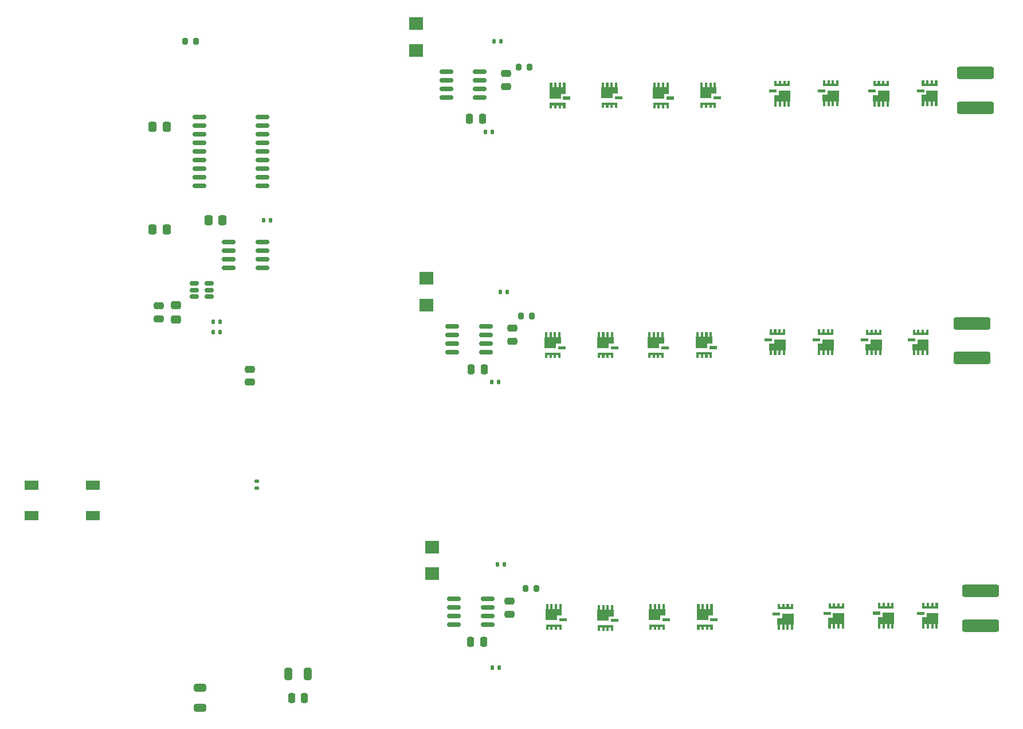
<source format=gtp>
G04 #@! TF.GenerationSoftware,KiCad,Pcbnew,8.0.6*
G04 #@! TF.CreationDate,2025-02-10T18:03:51-08:00*
G04 #@! TF.ProjectId,Urban MC,55726261-6e20-44d4-932e-6b696361645f,rev?*
G04 #@! TF.SameCoordinates,Original*
G04 #@! TF.FileFunction,Paste,Top*
G04 #@! TF.FilePolarity,Positive*
%FSLAX46Y46*%
G04 Gerber Fmt 4.6, Leading zero omitted, Abs format (unit mm)*
G04 Created by KiCad (PCBNEW 8.0.6) date 2025-02-10 18:03:51*
%MOMM*%
%LPD*%
G01*
G04 APERTURE LIST*
G04 Aperture macros list*
%AMRoundRect*
0 Rectangle with rounded corners*
0 $1 Rounding radius*
0 $2 $3 $4 $5 $6 $7 $8 $9 X,Y pos of 4 corners*
0 Add a 4 corners polygon primitive as box body*
4,1,4,$2,$3,$4,$5,$6,$7,$8,$9,$2,$3,0*
0 Add four circle primitives for the rounded corners*
1,1,$1+$1,$2,$3*
1,1,$1+$1,$4,$5*
1,1,$1+$1,$6,$7*
1,1,$1+$1,$8,$9*
0 Add four rect primitives between the rounded corners*
20,1,$1+$1,$2,$3,$4,$5,0*
20,1,$1+$1,$4,$5,$6,$7,0*
20,1,$1+$1,$6,$7,$8,$9,0*
20,1,$1+$1,$8,$9,$2,$3,0*%
G04 Aperture macros list end*
%ADD10C,0.000000*%
%ADD11R,2.159000X1.955800*%
%ADD12R,0.000001X0.000001*%
%ADD13RoundRect,0.250000X-0.250000X-0.475000X0.250000X-0.475000X0.250000X0.475000X-0.250000X0.475000X0*%
%ADD14RoundRect,0.135000X-0.135000X-0.185000X0.135000X-0.185000X0.135000X0.185000X-0.135000X0.185000X0*%
%ADD15RoundRect,0.200000X-0.200000X-0.275000X0.200000X-0.275000X0.200000X0.275000X-0.200000X0.275000X0*%
%ADD16RoundRect,0.250000X0.337500X0.475000X-0.337500X0.475000X-0.337500X-0.475000X0.337500X-0.475000X0*%
%ADD17RoundRect,0.250000X2.450000X-0.650000X2.450000X0.650000X-2.450000X0.650000X-2.450000X-0.650000X0*%
%ADD18RoundRect,0.250000X-0.475000X0.250000X-0.475000X-0.250000X0.475000X-0.250000X0.475000X0.250000X0*%
%ADD19RoundRect,0.250000X0.475000X-0.250000X0.475000X0.250000X-0.475000X0.250000X-0.475000X-0.250000X0*%
%ADD20RoundRect,0.150000X-0.825000X-0.150000X0.825000X-0.150000X0.825000X0.150000X-0.825000X0.150000X0*%
%ADD21RoundRect,0.150000X-0.875000X-0.150000X0.875000X-0.150000X0.875000X0.150000X-0.875000X0.150000X0*%
%ADD22RoundRect,0.200000X0.200000X0.275000X-0.200000X0.275000X-0.200000X-0.275000X0.200000X-0.275000X0*%
%ADD23RoundRect,0.135000X0.185000X-0.135000X0.185000X0.135000X-0.185000X0.135000X-0.185000X-0.135000X0*%
%ADD24RoundRect,0.250000X0.325000X0.650000X-0.325000X0.650000X-0.325000X-0.650000X0.325000X-0.650000X0*%
%ADD25RoundRect,0.250000X0.250000X0.475000X-0.250000X0.475000X-0.250000X-0.475000X0.250000X-0.475000X0*%
%ADD26RoundRect,0.150000X-0.512500X-0.150000X0.512500X-0.150000X0.512500X0.150000X-0.512500X0.150000X0*%
%ADD27RoundRect,0.250000X0.475000X-0.337500X0.475000X0.337500X-0.475000X0.337500X-0.475000X-0.337500X0*%
%ADD28RoundRect,0.250000X-0.650000X0.325000X-0.650000X-0.325000X0.650000X-0.325000X0.650000X0.325000X0*%
%ADD29R,2.100000X1.400000*%
G04 APERTURE END LIST*
D10*
G36*
X175810143Y-126381467D02*
G01*
X174710143Y-126381467D01*
X174710143Y-125931467D01*
X175810143Y-125931467D01*
X175810143Y-126381467D01*
G37*
G36*
X175057712Y-127661467D02*
G01*
X174710143Y-127661467D01*
X174710136Y-127214467D01*
X174410098Y-127214552D01*
X174410143Y-127661467D01*
X174060143Y-127661467D01*
X174060176Y-127214486D01*
X173758019Y-127214356D01*
X173757712Y-127661467D01*
X173407712Y-127661467D01*
X173407459Y-127214601D01*
X173107886Y-127214595D01*
X173107712Y-127661467D01*
X172757712Y-127661467D01*
X172757712Y-126861467D01*
X175057712Y-126861467D01*
X175057712Y-127661467D01*
G37*
G36*
X173110150Y-124557988D02*
G01*
X173410115Y-124558047D01*
X173410143Y-123861467D01*
X173760143Y-123861467D01*
X173760115Y-124558047D01*
X174060016Y-124557970D01*
X174060143Y-123861467D01*
X174410143Y-123861467D01*
X174410143Y-124558097D01*
X174709962Y-124558038D01*
X174710143Y-123861467D01*
X175060143Y-123861467D01*
X175060068Y-124558078D01*
X175115120Y-124558017D01*
X175115133Y-125546467D01*
X174385263Y-125546523D01*
X174385143Y-126211468D01*
X172705196Y-126211746D01*
X172705227Y-124558057D01*
X172760130Y-124558033D01*
X172760143Y-123861467D01*
X173110143Y-123861467D01*
X173110150Y-124557988D01*
G37*
G36*
X183465143Y-126488967D02*
G01*
X182365143Y-126488967D01*
X182365143Y-126038967D01*
X183465143Y-126038967D01*
X183465143Y-126488967D01*
G37*
G36*
X182712712Y-127768967D02*
G01*
X182365143Y-127768967D01*
X182365136Y-127321967D01*
X182065098Y-127322052D01*
X182065143Y-127768967D01*
X181715143Y-127768967D01*
X181715176Y-127321986D01*
X181413019Y-127321856D01*
X181412712Y-127768967D01*
X181062712Y-127768967D01*
X181062459Y-127322101D01*
X180762886Y-127322095D01*
X180762712Y-127768967D01*
X180412712Y-127768967D01*
X180412712Y-126968967D01*
X182712712Y-126968967D01*
X182712712Y-127768967D01*
G37*
G36*
X180765150Y-124665488D02*
G01*
X181065115Y-124665547D01*
X181065143Y-123968967D01*
X181415143Y-123968967D01*
X181415115Y-124665547D01*
X181715016Y-124665470D01*
X181715143Y-123968967D01*
X182065143Y-123968967D01*
X182065143Y-124665597D01*
X182364962Y-124665538D01*
X182365143Y-123968967D01*
X182715143Y-123968967D01*
X182715068Y-124665578D01*
X182770120Y-124665517D01*
X182770133Y-125653967D01*
X182040263Y-125654023D01*
X182040143Y-126318968D01*
X180360196Y-126319246D01*
X180360227Y-124665557D01*
X180415130Y-124665533D01*
X180415143Y-123968967D01*
X180765143Y-123968967D01*
X180765150Y-124665488D01*
G37*
G36*
X198042143Y-86192297D02*
G01*
X196942143Y-86192297D01*
X196942143Y-85742297D01*
X198042143Y-85742297D01*
X198042143Y-86192297D01*
G37*
G36*
X197289712Y-87472297D02*
G01*
X196942143Y-87472297D01*
X196942136Y-87025297D01*
X196642098Y-87025382D01*
X196642143Y-87472297D01*
X196292143Y-87472297D01*
X196292176Y-87025316D01*
X195990019Y-87025186D01*
X195989712Y-87472297D01*
X195639712Y-87472297D01*
X195639459Y-87025431D01*
X195339886Y-87025425D01*
X195339712Y-87472297D01*
X194989712Y-87472297D01*
X194989712Y-86672297D01*
X197289712Y-86672297D01*
X197289712Y-87472297D01*
G37*
G36*
X195342150Y-84368818D02*
G01*
X195642115Y-84368877D01*
X195642143Y-83672297D01*
X195992143Y-83672297D01*
X195992115Y-84368877D01*
X196292016Y-84368800D01*
X196292143Y-83672297D01*
X196642143Y-83672297D01*
X196642143Y-84368927D01*
X196941962Y-84368868D01*
X196942143Y-83672297D01*
X197292143Y-83672297D01*
X197292068Y-84368908D01*
X197347120Y-84368847D01*
X197347133Y-85357297D01*
X196617263Y-85357353D01*
X196617143Y-86022298D01*
X194937196Y-86022576D01*
X194937227Y-84368887D01*
X194992130Y-84368863D01*
X194992143Y-83672297D01*
X195342143Y-83672297D01*
X195342150Y-84368818D01*
G37*
G36*
X213299112Y-85039272D02*
G01*
X212199112Y-85039272D01*
X212199112Y-84589272D01*
X213299112Y-84589272D01*
X213299112Y-85039272D01*
G37*
G36*
X213299119Y-83756272D02*
G01*
X213599157Y-83756187D01*
X213599112Y-83309272D01*
X213949112Y-83309272D01*
X213949079Y-83756253D01*
X214251236Y-83756383D01*
X214251543Y-83309272D01*
X214601543Y-83309272D01*
X214601796Y-83756138D01*
X214901369Y-83756144D01*
X214901543Y-83309272D01*
X215251543Y-83309272D01*
X215251543Y-84109272D01*
X212951543Y-84109272D01*
X212951543Y-83309272D01*
X213299112Y-83309272D01*
X213299119Y-83756272D01*
G37*
G36*
X215304028Y-86412682D02*
G01*
X215249125Y-86412706D01*
X215249112Y-87109272D01*
X214899112Y-87109272D01*
X214899105Y-86412751D01*
X214599140Y-86412692D01*
X214599112Y-87109272D01*
X214249112Y-87109272D01*
X214249140Y-86412692D01*
X213949239Y-86412769D01*
X213949112Y-87109272D01*
X213599112Y-87109272D01*
X213599112Y-86412642D01*
X213299293Y-86412701D01*
X213299112Y-87109272D01*
X212949112Y-87109272D01*
X212949187Y-86412661D01*
X212894135Y-86412722D01*
X212894122Y-85424272D01*
X213623992Y-85424216D01*
X213624112Y-84759271D01*
X215304059Y-84758993D01*
X215304028Y-86412682D01*
G37*
G36*
X207354476Y-125536000D02*
G01*
X206254476Y-125536000D01*
X206254476Y-125086000D01*
X207354476Y-125086000D01*
X207354476Y-125536000D01*
G37*
G36*
X207354483Y-124253000D02*
G01*
X207654521Y-124252915D01*
X207654476Y-123806000D01*
X208004476Y-123806000D01*
X208004443Y-124252981D01*
X208306600Y-124253111D01*
X208306907Y-123806000D01*
X208656907Y-123806000D01*
X208657160Y-124252866D01*
X208956733Y-124252872D01*
X208956907Y-123806000D01*
X209306907Y-123806000D01*
X209306907Y-124606000D01*
X207006907Y-124606000D01*
X207006907Y-123806000D01*
X207354476Y-123806000D01*
X207354483Y-124253000D01*
G37*
G36*
X209359392Y-126909410D02*
G01*
X209304489Y-126909434D01*
X209304476Y-127606000D01*
X208954476Y-127606000D01*
X208954469Y-126909479D01*
X208654504Y-126909420D01*
X208654476Y-127606000D01*
X208304476Y-127606000D01*
X208304504Y-126909420D01*
X208004603Y-126909497D01*
X208004476Y-127606000D01*
X207654476Y-127606000D01*
X207654476Y-126909370D01*
X207354657Y-126909429D01*
X207354476Y-127606000D01*
X207004476Y-127606000D01*
X207004551Y-126909389D01*
X206949499Y-126909450D01*
X206949486Y-125921000D01*
X207679356Y-125920944D01*
X207679476Y-125255999D01*
X209359423Y-125255721D01*
X209359392Y-126909410D01*
G37*
G36*
X175677000Y-86244000D02*
G01*
X174577000Y-86244000D01*
X174577000Y-85794000D01*
X175677000Y-85794000D01*
X175677000Y-86244000D01*
G37*
G36*
X174924569Y-87524000D02*
G01*
X174577000Y-87524000D01*
X174576993Y-87077000D01*
X174276955Y-87077085D01*
X174277000Y-87524000D01*
X173927000Y-87524000D01*
X173927033Y-87077019D01*
X173624876Y-87076889D01*
X173624569Y-87524000D01*
X173274569Y-87524000D01*
X173274316Y-87077134D01*
X172974743Y-87077128D01*
X172974569Y-87524000D01*
X172624569Y-87524000D01*
X172624569Y-86724000D01*
X174924569Y-86724000D01*
X174924569Y-87524000D01*
G37*
G36*
X172977007Y-84420521D02*
G01*
X173276972Y-84420580D01*
X173277000Y-83724000D01*
X173627000Y-83724000D01*
X173626972Y-84420580D01*
X173926873Y-84420503D01*
X173927000Y-83724000D01*
X174277000Y-83724000D01*
X174277000Y-84420630D01*
X174576819Y-84420571D01*
X174577000Y-83724000D01*
X174927000Y-83724000D01*
X174926925Y-84420611D01*
X174981977Y-84420550D01*
X174981990Y-85409000D01*
X174252120Y-85409056D01*
X174252000Y-86074001D01*
X172572053Y-86074279D01*
X172572084Y-84420590D01*
X172626987Y-84420566D01*
X172627000Y-83724000D01*
X172977000Y-83724000D01*
X172977007Y-84420521D01*
G37*
G36*
X190917000Y-86244000D02*
G01*
X189817000Y-86244000D01*
X189817000Y-85794000D01*
X190917000Y-85794000D01*
X190917000Y-86244000D01*
G37*
G36*
X190164569Y-87524000D02*
G01*
X189817000Y-87524000D01*
X189816993Y-87077000D01*
X189516955Y-87077085D01*
X189517000Y-87524000D01*
X189167000Y-87524000D01*
X189167033Y-87077019D01*
X188864876Y-87076889D01*
X188864569Y-87524000D01*
X188514569Y-87524000D01*
X188514316Y-87077134D01*
X188214743Y-87077128D01*
X188214569Y-87524000D01*
X187864569Y-87524000D01*
X187864569Y-86724000D01*
X190164569Y-86724000D01*
X190164569Y-87524000D01*
G37*
G36*
X188217007Y-84420521D02*
G01*
X188516972Y-84420580D01*
X188517000Y-83724000D01*
X188867000Y-83724000D01*
X188866972Y-84420580D01*
X189166873Y-84420503D01*
X189167000Y-83724000D01*
X189517000Y-83724000D01*
X189517000Y-84420630D01*
X189816819Y-84420571D01*
X189817000Y-83724000D01*
X190167000Y-83724000D01*
X190166925Y-84420611D01*
X190221977Y-84420550D01*
X190221990Y-85409000D01*
X189492120Y-85409056D01*
X189492000Y-86074001D01*
X187812053Y-86074279D01*
X187812084Y-84420590D01*
X187866987Y-84420566D01*
X187867000Y-83724000D01*
X188217000Y-83724000D01*
X188217007Y-84420521D01*
G37*
G36*
X228642000Y-48288466D02*
G01*
X227542000Y-48288466D01*
X227542000Y-47838466D01*
X228642000Y-47838466D01*
X228642000Y-48288466D01*
G37*
G36*
X228642007Y-47005466D02*
G01*
X228942045Y-47005381D01*
X228942000Y-46558466D01*
X229292000Y-46558466D01*
X229291967Y-47005447D01*
X229594124Y-47005577D01*
X229594431Y-46558466D01*
X229944431Y-46558466D01*
X229944684Y-47005332D01*
X230244257Y-47005338D01*
X230244431Y-46558466D01*
X230594431Y-46558466D01*
X230594431Y-47358466D01*
X228294431Y-47358466D01*
X228294431Y-46558466D01*
X228642000Y-46558466D01*
X228642007Y-47005466D01*
G37*
G36*
X230646916Y-49661876D02*
G01*
X230592013Y-49661900D01*
X230592000Y-50358466D01*
X230242000Y-50358466D01*
X230241993Y-49661945D01*
X229942028Y-49661886D01*
X229942000Y-50358466D01*
X229592000Y-50358466D01*
X229592028Y-49661886D01*
X229292127Y-49661963D01*
X229292000Y-50358466D01*
X228942000Y-50358466D01*
X228942000Y-49661836D01*
X228642181Y-49661895D01*
X228642000Y-50358466D01*
X228292000Y-50358466D01*
X228292075Y-49661855D01*
X228237023Y-49661916D01*
X228237010Y-48673466D01*
X228966880Y-48673410D01*
X228967000Y-48008465D01*
X230646947Y-48008187D01*
X230646916Y-49661876D01*
G37*
G36*
X206146330Y-85032314D02*
G01*
X205046330Y-85032314D01*
X205046330Y-84582314D01*
X206146330Y-84582314D01*
X206146330Y-85032314D01*
G37*
G36*
X206146337Y-83749314D02*
G01*
X206446375Y-83749229D01*
X206446330Y-83302314D01*
X206796330Y-83302314D01*
X206796297Y-83749295D01*
X207098454Y-83749425D01*
X207098761Y-83302314D01*
X207448761Y-83302314D01*
X207449014Y-83749180D01*
X207748587Y-83749186D01*
X207748761Y-83302314D01*
X208098761Y-83302314D01*
X208098761Y-84102314D01*
X205798761Y-84102314D01*
X205798761Y-83302314D01*
X206146330Y-83302314D01*
X206146337Y-83749314D01*
G37*
G36*
X208151246Y-86405724D02*
G01*
X208096343Y-86405748D01*
X208096330Y-87102314D01*
X207746330Y-87102314D01*
X207746323Y-86405793D01*
X207446358Y-86405734D01*
X207446330Y-87102314D01*
X207096330Y-87102314D01*
X207096358Y-86405734D01*
X206796457Y-86405811D01*
X206796330Y-87102314D01*
X206446330Y-87102314D01*
X206446330Y-86405684D01*
X206146511Y-86405743D01*
X206146330Y-87102314D01*
X205796330Y-87102314D01*
X205796405Y-86405703D01*
X205741353Y-86405764D01*
X205741340Y-85417314D01*
X206471210Y-85417258D01*
X206471330Y-84752313D01*
X208151277Y-84752035D01*
X208151246Y-86405724D01*
G37*
G36*
X191085143Y-126381467D02*
G01*
X189985143Y-126381467D01*
X189985143Y-125931467D01*
X191085143Y-125931467D01*
X191085143Y-126381467D01*
G37*
G36*
X190332712Y-127661467D02*
G01*
X189985143Y-127661467D01*
X189985136Y-127214467D01*
X189685098Y-127214552D01*
X189685143Y-127661467D01*
X189335143Y-127661467D01*
X189335176Y-127214486D01*
X189033019Y-127214356D01*
X189032712Y-127661467D01*
X188682712Y-127661467D01*
X188682459Y-127214601D01*
X188382886Y-127214595D01*
X188382712Y-127661467D01*
X188032712Y-127661467D01*
X188032712Y-126861467D01*
X190332712Y-126861467D01*
X190332712Y-127661467D01*
G37*
G36*
X188385150Y-124557988D02*
G01*
X188685115Y-124558047D01*
X188685143Y-123861467D01*
X189035143Y-123861467D01*
X189035115Y-124558047D01*
X189335016Y-124557970D01*
X189335143Y-123861467D01*
X189685143Y-123861467D01*
X189685143Y-124558097D01*
X189984962Y-124558038D01*
X189985143Y-123861467D01*
X190335143Y-123861467D01*
X190335068Y-124558078D01*
X190390120Y-124558017D01*
X190390133Y-125546467D01*
X189660263Y-125546523D01*
X189660143Y-126211468D01*
X187980196Y-126211746D01*
X187980227Y-124558057D01*
X188035130Y-124558033D01*
X188035143Y-123861467D01*
X188385143Y-123861467D01*
X188385150Y-124557988D01*
G37*
G36*
X183449500Y-86244000D02*
G01*
X182349500Y-86244000D01*
X182349500Y-85794000D01*
X183449500Y-85794000D01*
X183449500Y-86244000D01*
G37*
G36*
X182697069Y-87524000D02*
G01*
X182349500Y-87524000D01*
X182349493Y-87077000D01*
X182049455Y-87077085D01*
X182049500Y-87524000D01*
X181699500Y-87524000D01*
X181699533Y-87077019D01*
X181397376Y-87076889D01*
X181397069Y-87524000D01*
X181047069Y-87524000D01*
X181046816Y-87077134D01*
X180747243Y-87077128D01*
X180747069Y-87524000D01*
X180397069Y-87524000D01*
X180397069Y-86724000D01*
X182697069Y-86724000D01*
X182697069Y-87524000D01*
G37*
G36*
X180749507Y-84420521D02*
G01*
X181049472Y-84420580D01*
X181049500Y-83724000D01*
X181399500Y-83724000D01*
X181399472Y-84420580D01*
X181699373Y-84420503D01*
X181699500Y-83724000D01*
X182049500Y-83724000D01*
X182049500Y-84420630D01*
X182349319Y-84420571D01*
X182349500Y-83724000D01*
X182699500Y-83724000D01*
X182699425Y-84420611D01*
X182754477Y-84420550D01*
X182754490Y-85409000D01*
X182024620Y-85409056D01*
X182024500Y-86074001D01*
X180344553Y-86074279D01*
X180344584Y-84420590D01*
X180399487Y-84420566D01*
X180399500Y-83724000D01*
X180749500Y-83724000D01*
X180749507Y-84420521D01*
G37*
G36*
X198647024Y-49343466D02*
G01*
X197547024Y-49343466D01*
X197547024Y-48893466D01*
X198647024Y-48893466D01*
X198647024Y-49343466D01*
G37*
G36*
X197894593Y-50623466D02*
G01*
X197547024Y-50623466D01*
X197547017Y-50176466D01*
X197246979Y-50176551D01*
X197247024Y-50623466D01*
X196897024Y-50623466D01*
X196897057Y-50176485D01*
X196594900Y-50176355D01*
X196594593Y-50623466D01*
X196244593Y-50623466D01*
X196244340Y-50176600D01*
X195944767Y-50176594D01*
X195944593Y-50623466D01*
X195594593Y-50623466D01*
X195594593Y-49823466D01*
X197894593Y-49823466D01*
X197894593Y-50623466D01*
G37*
G36*
X195947031Y-47519987D02*
G01*
X196246996Y-47520046D01*
X196247024Y-46823466D01*
X196597024Y-46823466D01*
X196596996Y-47520046D01*
X196896897Y-47519969D01*
X196897024Y-46823466D01*
X197247024Y-46823466D01*
X197247024Y-47520096D01*
X197546843Y-47520037D01*
X197547024Y-46823466D01*
X197897024Y-46823466D01*
X197896949Y-47520077D01*
X197952001Y-47520016D01*
X197952014Y-48508466D01*
X197222144Y-48508522D01*
X197222024Y-49173467D01*
X195542077Y-49173745D01*
X195542108Y-47520056D01*
X195597011Y-47520032D01*
X195597024Y-46823466D01*
X195947024Y-46823466D01*
X195947031Y-47519987D01*
G37*
G36*
X222188074Y-125405807D02*
G01*
X221088074Y-125405807D01*
X221088074Y-124955807D01*
X222188074Y-124955807D01*
X222188074Y-125405807D01*
G37*
G36*
X222188081Y-124122807D02*
G01*
X222488119Y-124122722D01*
X222488074Y-123675807D01*
X222838074Y-123675807D01*
X222838041Y-124122788D01*
X223140198Y-124122918D01*
X223140505Y-123675807D01*
X223490505Y-123675807D01*
X223490758Y-124122673D01*
X223790331Y-124122679D01*
X223790505Y-123675807D01*
X224140505Y-123675807D01*
X224140505Y-124475807D01*
X221840505Y-124475807D01*
X221840505Y-123675807D01*
X222188074Y-123675807D01*
X222188081Y-124122807D01*
G37*
G36*
X224192990Y-126779217D02*
G01*
X224138087Y-126779241D01*
X224138074Y-127475807D01*
X223788074Y-127475807D01*
X223788067Y-126779286D01*
X223488102Y-126779227D01*
X223488074Y-127475807D01*
X223138074Y-127475807D01*
X223138102Y-126779227D01*
X222838201Y-126779304D01*
X222838074Y-127475807D01*
X222488074Y-127475807D01*
X222488074Y-126779177D01*
X222188255Y-126779236D01*
X222188074Y-127475807D01*
X221838074Y-127475807D01*
X221838149Y-126779196D01*
X221783097Y-126779257D01*
X221783084Y-125790807D01*
X222512954Y-125790751D01*
X222513074Y-125125806D01*
X224193021Y-125125528D01*
X224192990Y-126779217D01*
G37*
G36*
X227308000Y-85051276D02*
G01*
X226208000Y-85051276D01*
X226208000Y-84601276D01*
X227308000Y-84601276D01*
X227308000Y-85051276D01*
G37*
G36*
X227308007Y-83768276D02*
G01*
X227608045Y-83768191D01*
X227608000Y-83321276D01*
X227958000Y-83321276D01*
X227957967Y-83768257D01*
X228260124Y-83768387D01*
X228260431Y-83321276D01*
X228610431Y-83321276D01*
X228610684Y-83768142D01*
X228910257Y-83768148D01*
X228910431Y-83321276D01*
X229260431Y-83321276D01*
X229260431Y-84121276D01*
X226960431Y-84121276D01*
X226960431Y-83321276D01*
X227308000Y-83321276D01*
X227308007Y-83768276D01*
G37*
G36*
X229312916Y-86424686D02*
G01*
X229258013Y-86424710D01*
X229258000Y-87121276D01*
X228908000Y-87121276D01*
X228907993Y-86424755D01*
X228608028Y-86424696D01*
X228608000Y-87121276D01*
X228258000Y-87121276D01*
X228258028Y-86424696D01*
X227958127Y-86424773D01*
X227958000Y-87121276D01*
X227608000Y-87121276D01*
X227608000Y-86424646D01*
X227308181Y-86424705D01*
X227308000Y-87121276D01*
X226958000Y-87121276D01*
X226958075Y-86424665D01*
X226903023Y-86424726D01*
X226903010Y-85436276D01*
X227632880Y-85436220D01*
X227633000Y-84771275D01*
X229312947Y-84770997D01*
X229312916Y-86424686D01*
G37*
G36*
X191650699Y-49365655D02*
G01*
X190550699Y-49365655D01*
X190550699Y-48915655D01*
X191650699Y-48915655D01*
X191650699Y-49365655D01*
G37*
G36*
X190898268Y-50645655D02*
G01*
X190550699Y-50645655D01*
X190550692Y-50198655D01*
X190250654Y-50198740D01*
X190250699Y-50645655D01*
X189900699Y-50645655D01*
X189900732Y-50198674D01*
X189598575Y-50198544D01*
X189598268Y-50645655D01*
X189248268Y-50645655D01*
X189248015Y-50198789D01*
X188948442Y-50198783D01*
X188948268Y-50645655D01*
X188598268Y-50645655D01*
X188598268Y-49845655D01*
X190898268Y-49845655D01*
X190898268Y-50645655D01*
G37*
G36*
X188950706Y-47542176D02*
G01*
X189250671Y-47542235D01*
X189250699Y-46845655D01*
X189600699Y-46845655D01*
X189600671Y-47542235D01*
X189900572Y-47542158D01*
X189900699Y-46845655D01*
X190250699Y-46845655D01*
X190250699Y-47542285D01*
X190550518Y-47542226D01*
X190550699Y-46845655D01*
X190900699Y-46845655D01*
X190900624Y-47542266D01*
X190955676Y-47542205D01*
X190955689Y-48530655D01*
X190225819Y-48530711D01*
X190225699Y-49195656D01*
X188545752Y-49195934D01*
X188545783Y-47542245D01*
X188600686Y-47542221D01*
X188600699Y-46845655D01*
X188950699Y-46845655D01*
X188950706Y-47542176D01*
G37*
G36*
X220388309Y-85051276D02*
G01*
X219288309Y-85051276D01*
X219288309Y-84601276D01*
X220388309Y-84601276D01*
X220388309Y-85051276D01*
G37*
G36*
X220388316Y-83768276D02*
G01*
X220688354Y-83768191D01*
X220688309Y-83321276D01*
X221038309Y-83321276D01*
X221038276Y-83768257D01*
X221340433Y-83768387D01*
X221340740Y-83321276D01*
X221690740Y-83321276D01*
X221690993Y-83768142D01*
X221990566Y-83768148D01*
X221990740Y-83321276D01*
X222340740Y-83321276D01*
X222340740Y-84121276D01*
X220040740Y-84121276D01*
X220040740Y-83321276D01*
X220388309Y-83321276D01*
X220388316Y-83768276D01*
G37*
G36*
X222393225Y-86424686D02*
G01*
X222338322Y-86424710D01*
X222338309Y-87121276D01*
X221988309Y-87121276D01*
X221988302Y-86424755D01*
X221688337Y-86424696D01*
X221688309Y-87121276D01*
X221338309Y-87121276D01*
X221338337Y-86424696D01*
X221038436Y-86424773D01*
X221038309Y-87121276D01*
X220688309Y-87121276D01*
X220688309Y-86424646D01*
X220388490Y-86424705D01*
X220388309Y-87121276D01*
X220038309Y-87121276D01*
X220038384Y-86424665D01*
X219983332Y-86424726D01*
X219983319Y-85436276D01*
X220713189Y-85436220D01*
X220713309Y-84771275D01*
X222393256Y-84770997D01*
X222393225Y-86424686D01*
G37*
G36*
X206865976Y-48320000D02*
G01*
X205765976Y-48320000D01*
X205765976Y-47870000D01*
X206865976Y-47870000D01*
X206865976Y-48320000D01*
G37*
G36*
X206865983Y-47037000D02*
G01*
X207166021Y-47036915D01*
X207165976Y-46590000D01*
X207515976Y-46590000D01*
X207515943Y-47036981D01*
X207818100Y-47037111D01*
X207818407Y-46590000D01*
X208168407Y-46590000D01*
X208168660Y-47036866D01*
X208468233Y-47036872D01*
X208468407Y-46590000D01*
X208818407Y-46590000D01*
X208818407Y-47390000D01*
X206518407Y-47390000D01*
X206518407Y-46590000D01*
X206865976Y-46590000D01*
X206865983Y-47037000D01*
G37*
G36*
X208870892Y-49693410D02*
G01*
X208815989Y-49693434D01*
X208815976Y-50390000D01*
X208465976Y-50390000D01*
X208465969Y-49693479D01*
X208166004Y-49693420D01*
X208165976Y-50390000D01*
X207815976Y-50390000D01*
X207816004Y-49693420D01*
X207516103Y-49693497D01*
X207515976Y-50390000D01*
X207165976Y-50390000D01*
X207165976Y-49693370D01*
X206866157Y-49693429D01*
X206865976Y-50390000D01*
X206515976Y-50390000D01*
X206516051Y-49693389D01*
X206460999Y-49693450D01*
X206460986Y-48705000D01*
X207190856Y-48704944D01*
X207190976Y-48039999D01*
X208870923Y-48039721D01*
X208870892Y-49693410D01*
G37*
G36*
X228717577Y-125417822D02*
G01*
X227617577Y-125417822D01*
X227617577Y-124967822D01*
X228717577Y-124967822D01*
X228717577Y-125417822D01*
G37*
G36*
X228717584Y-124134822D02*
G01*
X229017622Y-124134737D01*
X229017577Y-123687822D01*
X229367577Y-123687822D01*
X229367544Y-124134803D01*
X229669701Y-124134933D01*
X229670008Y-123687822D01*
X230020008Y-123687822D01*
X230020261Y-124134688D01*
X230319834Y-124134694D01*
X230320008Y-123687822D01*
X230670008Y-123687822D01*
X230670008Y-124487822D01*
X228370008Y-124487822D01*
X228370008Y-123687822D01*
X228717577Y-123687822D01*
X228717584Y-124134822D01*
G37*
G36*
X230722493Y-126791232D02*
G01*
X230667590Y-126791256D01*
X230667577Y-127487822D01*
X230317577Y-127487822D01*
X230317570Y-126791301D01*
X230017605Y-126791242D01*
X230017577Y-127487822D01*
X229667577Y-127487822D01*
X229667605Y-126791242D01*
X229367704Y-126791319D01*
X229367577Y-127487822D01*
X229017577Y-127487822D01*
X229017577Y-126791192D01*
X228717758Y-126791251D01*
X228717577Y-127487822D01*
X228367577Y-127487822D01*
X228367652Y-126791211D01*
X228312600Y-126791272D01*
X228312587Y-125802822D01*
X229042457Y-125802766D01*
X229042577Y-125137821D01*
X230722524Y-125137543D01*
X230722493Y-126791232D01*
G37*
G36*
X176389267Y-49386333D02*
G01*
X175289267Y-49386333D01*
X175289267Y-48936333D01*
X176389267Y-48936333D01*
X176389267Y-49386333D01*
G37*
G36*
X175636836Y-50666333D02*
G01*
X175289267Y-50666333D01*
X175289260Y-50219333D01*
X174989222Y-50219418D01*
X174989267Y-50666333D01*
X174639267Y-50666333D01*
X174639300Y-50219352D01*
X174337143Y-50219222D01*
X174336836Y-50666333D01*
X173986836Y-50666333D01*
X173986583Y-50219467D01*
X173687010Y-50219461D01*
X173686836Y-50666333D01*
X173336836Y-50666333D01*
X173336836Y-49866333D01*
X175636836Y-49866333D01*
X175636836Y-50666333D01*
G37*
G36*
X173689274Y-47562854D02*
G01*
X173989239Y-47562913D01*
X173989267Y-46866333D01*
X174339267Y-46866333D01*
X174339239Y-47562913D01*
X174639140Y-47562836D01*
X174639267Y-46866333D01*
X174989267Y-46866333D01*
X174989267Y-47562963D01*
X175289086Y-47562904D01*
X175289267Y-46866333D01*
X175639267Y-46866333D01*
X175639192Y-47562944D01*
X175694244Y-47562883D01*
X175694257Y-48551333D01*
X174964387Y-48551389D01*
X174964267Y-49216334D01*
X173284320Y-49216612D01*
X173284351Y-47562923D01*
X173339254Y-47562899D01*
X173339267Y-46866333D01*
X173689267Y-46866333D01*
X173689274Y-47562854D01*
G37*
G36*
X214847619Y-125433967D02*
G01*
X213747619Y-125433967D01*
X213747619Y-124983967D01*
X214847619Y-124983967D01*
X214847619Y-125433967D01*
G37*
G36*
X214847626Y-124150967D02*
G01*
X215147664Y-124150882D01*
X215147619Y-123703967D01*
X215497619Y-123703967D01*
X215497586Y-124150948D01*
X215799743Y-124151078D01*
X215800050Y-123703967D01*
X216150050Y-123703967D01*
X216150303Y-124150833D01*
X216449876Y-124150839D01*
X216450050Y-123703967D01*
X216800050Y-123703967D01*
X216800050Y-124503967D01*
X214500050Y-124503967D01*
X214500050Y-123703967D01*
X214847619Y-123703967D01*
X214847626Y-124150967D01*
G37*
G36*
X216852535Y-126807377D02*
G01*
X216797632Y-126807401D01*
X216797619Y-127503967D01*
X216447619Y-127503967D01*
X216447612Y-126807446D01*
X216147647Y-126807387D01*
X216147619Y-127503967D01*
X215797619Y-127503967D01*
X215797647Y-126807387D01*
X215497746Y-126807464D01*
X215497619Y-127503967D01*
X215147619Y-127503967D01*
X215147619Y-126807337D01*
X214847800Y-126807396D01*
X214847619Y-127503967D01*
X214497619Y-127503967D01*
X214497694Y-126807356D01*
X214442642Y-126807417D01*
X214442629Y-125818967D01*
X215172499Y-125818911D01*
X215172619Y-125153966D01*
X216852566Y-125153688D01*
X216852535Y-126807377D01*
G37*
G36*
X198152643Y-126381467D02*
G01*
X197052643Y-126381467D01*
X197052643Y-125931467D01*
X198152643Y-125931467D01*
X198152643Y-126381467D01*
G37*
G36*
X197400212Y-127661467D02*
G01*
X197052643Y-127661467D01*
X197052636Y-127214467D01*
X196752598Y-127214552D01*
X196752643Y-127661467D01*
X196402643Y-127661467D01*
X196402676Y-127214486D01*
X196100519Y-127214356D01*
X196100212Y-127661467D01*
X195750212Y-127661467D01*
X195749959Y-127214601D01*
X195450386Y-127214595D01*
X195450212Y-127661467D01*
X195100212Y-127661467D01*
X195100212Y-126861467D01*
X197400212Y-126861467D01*
X197400212Y-127661467D01*
G37*
G36*
X195452650Y-124557988D02*
G01*
X195752615Y-124558047D01*
X195752643Y-123861467D01*
X196102643Y-123861467D01*
X196102615Y-124558047D01*
X196402516Y-124557970D01*
X196402643Y-123861467D01*
X196752643Y-123861467D01*
X196752643Y-124558097D01*
X197052462Y-124558038D01*
X197052643Y-123861467D01*
X197402643Y-123861467D01*
X197402568Y-124558078D01*
X197457620Y-124558017D01*
X197457633Y-125546467D01*
X196727763Y-125546523D01*
X196727643Y-126211468D01*
X195047696Y-126211746D01*
X195047727Y-124558057D01*
X195102630Y-124558033D01*
X195102643Y-123861467D01*
X195452643Y-123861467D01*
X195452650Y-124557988D01*
G37*
G36*
X214037000Y-48288466D02*
G01*
X212937000Y-48288466D01*
X212937000Y-47838466D01*
X214037000Y-47838466D01*
X214037000Y-48288466D01*
G37*
G36*
X214037007Y-47005466D02*
G01*
X214337045Y-47005381D01*
X214337000Y-46558466D01*
X214687000Y-46558466D01*
X214686967Y-47005447D01*
X214989124Y-47005577D01*
X214989431Y-46558466D01*
X215339431Y-46558466D01*
X215339684Y-47005332D01*
X215639257Y-47005338D01*
X215639431Y-46558466D01*
X215989431Y-46558466D01*
X215989431Y-47358466D01*
X213689431Y-47358466D01*
X213689431Y-46558466D01*
X214037000Y-46558466D01*
X214037007Y-47005466D01*
G37*
G36*
X216041916Y-49661876D02*
G01*
X215987013Y-49661900D01*
X215987000Y-50358466D01*
X215637000Y-50358466D01*
X215636993Y-49661945D01*
X215337028Y-49661886D01*
X215337000Y-50358466D01*
X214987000Y-50358466D01*
X214987028Y-49661886D01*
X214687127Y-49661963D01*
X214687000Y-50358466D01*
X214337000Y-50358466D01*
X214337000Y-49661836D01*
X214037181Y-49661895D01*
X214037000Y-50358466D01*
X213687000Y-50358466D01*
X213687075Y-49661855D01*
X213632023Y-49661916D01*
X213632010Y-48673466D01*
X214361880Y-48673410D01*
X214362000Y-48008465D01*
X216041947Y-48008187D01*
X216041916Y-49661876D01*
G37*
G36*
X184042024Y-49340769D02*
G01*
X182942024Y-49340769D01*
X182942024Y-48890769D01*
X184042024Y-48890769D01*
X184042024Y-49340769D01*
G37*
G36*
X183289593Y-50620769D02*
G01*
X182942024Y-50620769D01*
X182942017Y-50173769D01*
X182641979Y-50173854D01*
X182642024Y-50620769D01*
X182292024Y-50620769D01*
X182292057Y-50173788D01*
X181989900Y-50173658D01*
X181989593Y-50620769D01*
X181639593Y-50620769D01*
X181639340Y-50173903D01*
X181339767Y-50173897D01*
X181339593Y-50620769D01*
X180989593Y-50620769D01*
X180989593Y-49820769D01*
X183289593Y-49820769D01*
X183289593Y-50620769D01*
G37*
G36*
X181342031Y-47517290D02*
G01*
X181641996Y-47517349D01*
X181642024Y-46820769D01*
X181992024Y-46820769D01*
X181991996Y-47517349D01*
X182291897Y-47517272D01*
X182292024Y-46820769D01*
X182642024Y-46820769D01*
X182642024Y-47517399D01*
X182941843Y-47517340D01*
X182942024Y-46820769D01*
X183292024Y-46820769D01*
X183291949Y-47517380D01*
X183347001Y-47517319D01*
X183347014Y-48505769D01*
X182617144Y-48505825D01*
X182617024Y-49170770D01*
X180937077Y-49171048D01*
X180937108Y-47517359D01*
X180992011Y-47517335D01*
X180992024Y-46820769D01*
X181342024Y-46820769D01*
X181342031Y-47517290D01*
G37*
G36*
X221470976Y-48320000D02*
G01*
X220370976Y-48320000D01*
X220370976Y-47870000D01*
X221470976Y-47870000D01*
X221470976Y-48320000D01*
G37*
G36*
X221470983Y-47037000D02*
G01*
X221771021Y-47036915D01*
X221770976Y-46590000D01*
X222120976Y-46590000D01*
X222120943Y-47036981D01*
X222423100Y-47037111D01*
X222423407Y-46590000D01*
X222773407Y-46590000D01*
X222773660Y-47036866D01*
X223073233Y-47036872D01*
X223073407Y-46590000D01*
X223423407Y-46590000D01*
X223423407Y-47390000D01*
X221123407Y-47390000D01*
X221123407Y-46590000D01*
X221470976Y-46590000D01*
X221470983Y-47037000D01*
G37*
G36*
X223475892Y-49693410D02*
G01*
X223420989Y-49693434D01*
X223420976Y-50390000D01*
X223070976Y-50390000D01*
X223070969Y-49693479D01*
X222771004Y-49693420D01*
X222770976Y-50390000D01*
X222420976Y-50390000D01*
X222421004Y-49693420D01*
X222121103Y-49693497D01*
X222120976Y-50390000D01*
X221770976Y-50390000D01*
X221770976Y-49693370D01*
X221471157Y-49693429D01*
X221470976Y-50390000D01*
X221120976Y-50390000D01*
X221121051Y-49693389D01*
X221065999Y-49693450D01*
X221065986Y-48705000D01*
X221795856Y-48704944D01*
X221795976Y-48039999D01*
X223475923Y-48039721D01*
X223475892Y-49693410D01*
G37*
D11*
X155937643Y-115405467D03*
X155937643Y-119342467D03*
X155067000Y-75755500D03*
X155067000Y-79692500D03*
X153543000Y-38173500D03*
X153543000Y-42110500D03*
D12*
X174886013Y-124208374D03*
D13*
X161483000Y-52207000D03*
X163383000Y-52207000D03*
D14*
X164717000Y-91059000D03*
X165737000Y-91059000D03*
D12*
X182541013Y-124315874D03*
D15*
X169736000Y-121539000D03*
X171386000Y-121539000D03*
D12*
X197118013Y-84019204D03*
D14*
X131062000Y-67183000D03*
X132082000Y-67183000D03*
D12*
X213123242Y-86762365D03*
X207178606Y-127259093D03*
X174752870Y-84070907D03*
D13*
X161657643Y-129438967D03*
X163557643Y-129438967D03*
D12*
X189992870Y-84070907D03*
X228466130Y-50011559D03*
D16*
X124989500Y-67183000D03*
X122914500Y-67183000D03*
D17*
X236982000Y-127010000D03*
X236982000Y-121910000D03*
D12*
X205970460Y-86755407D03*
D15*
X169038000Y-81280000D03*
X170688000Y-81280000D03*
D12*
X190161013Y-124208374D03*
D18*
X129032000Y-89159000D03*
X129032000Y-91059000D03*
D19*
X166878000Y-47442000D03*
X166878000Y-45542000D03*
D20*
X158942000Y-82804000D03*
X158942000Y-84074000D03*
X158942000Y-85344000D03*
X158942000Y-86614000D03*
X163892000Y-86614000D03*
X163892000Y-85344000D03*
X163892000Y-84074000D03*
X163892000Y-82804000D03*
D21*
X121588000Y-51943000D03*
X121588000Y-53213000D03*
X121588000Y-54483000D03*
X121588000Y-55753000D03*
X121588000Y-57023000D03*
X121588000Y-58293000D03*
X121588000Y-59563000D03*
X121588000Y-60833000D03*
X121588000Y-62103000D03*
X130888000Y-62103000D03*
X130888000Y-60833000D03*
X130888000Y-59563000D03*
X130888000Y-58293000D03*
X130888000Y-57023000D03*
X130888000Y-55753000D03*
X130888000Y-54483000D03*
X130888000Y-53213000D03*
X130888000Y-51943000D03*
D12*
X182525370Y-84070907D03*
X197722894Y-47170373D03*
D20*
X159177643Y-123088967D03*
X159177643Y-124358967D03*
X159177643Y-125628967D03*
X159177643Y-126898967D03*
X164127643Y-126898967D03*
X164127643Y-125628967D03*
X164127643Y-124358967D03*
X164127643Y-123088967D03*
D22*
X121096577Y-40725639D03*
X119446577Y-40725639D03*
D14*
X165587643Y-118008967D03*
X166607643Y-118008967D03*
X123569000Y-83693000D03*
X124589000Y-83693000D03*
D17*
X235712000Y-87513000D03*
X235712000Y-82413000D03*
D12*
X222012204Y-127128900D03*
X227132130Y-86774369D03*
X190726569Y-47192562D03*
D14*
X163828000Y-54102000D03*
X164848000Y-54102000D03*
D19*
X167367643Y-125308967D03*
X167367643Y-123408967D03*
D20*
X125922000Y-70358000D03*
X125922000Y-71628000D03*
X125922000Y-72898000D03*
X125922000Y-74168000D03*
X130872000Y-74168000D03*
X130872000Y-72898000D03*
X130872000Y-71628000D03*
X130872000Y-70358000D03*
D23*
X130048000Y-106684000D03*
X130048000Y-105664000D03*
D12*
X220212439Y-86774369D03*
D19*
X167767000Y-85024000D03*
X167767000Y-83124000D03*
X115570000Y-81722000D03*
X115570000Y-79822000D03*
D24*
X137619000Y-134112000D03*
X134669000Y-134112000D03*
D14*
X165098000Y-40767000D03*
X166118000Y-40767000D03*
X165987000Y-77724000D03*
X167007000Y-77724000D03*
D15*
X168720000Y-44577000D03*
X170370000Y-44577000D03*
D12*
X206690106Y-50043093D03*
D14*
X164827643Y-133248967D03*
X165847643Y-133248967D03*
D16*
X116734500Y-68543000D03*
X114659500Y-68543000D03*
D12*
X228541707Y-127140915D03*
D13*
X161737000Y-89154000D03*
X163637000Y-89154000D03*
D12*
X175465137Y-47213240D03*
X214671749Y-127157060D03*
D25*
X137094000Y-137668000D03*
X135194000Y-137668000D03*
D12*
X197228513Y-124208374D03*
D20*
X158053000Y-45222000D03*
X158053000Y-46492000D03*
X158053000Y-47762000D03*
X158053000Y-49032000D03*
X163003000Y-49032000D03*
X163003000Y-47762000D03*
X163003000Y-46492000D03*
X163003000Y-45222000D03*
D26*
X120782500Y-76520000D03*
X120782500Y-77470000D03*
X120782500Y-78420000D03*
X123057500Y-78420000D03*
X123057500Y-77470000D03*
X123057500Y-76520000D03*
D27*
X118110000Y-81809500D03*
X118110000Y-79734500D03*
D17*
X236220000Y-50556000D03*
X236220000Y-45456000D03*
D12*
X213861130Y-50011559D03*
D28*
X121666000Y-136193000D03*
X121666000Y-139143000D03*
D12*
X183117894Y-47167676D03*
D14*
X123569000Y-82169000D03*
X124589000Y-82169000D03*
D16*
X116734500Y-53340000D03*
X114659500Y-53340000D03*
D12*
X221295106Y-50043093D03*
D29*
X105862500Y-106299000D03*
X105862500Y-110799000D03*
X96762500Y-110799000D03*
X96762500Y-106299000D03*
M02*

</source>
